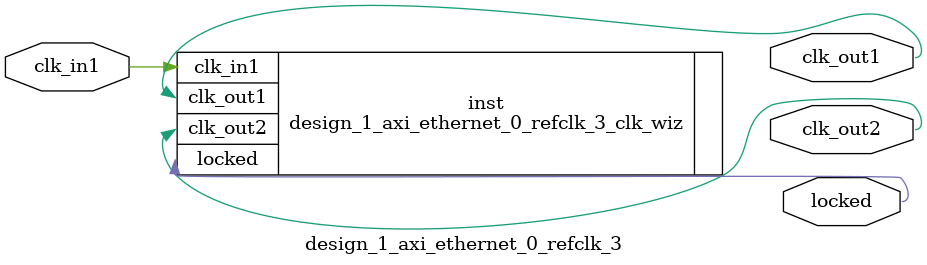
<source format=v>


`timescale 1ps/1ps

(* CORE_GENERATION_INFO = "design_1_axi_ethernet_0_refclk_3,clk_wiz_v5_4_3_0,{component_name=design_1_axi_ethernet_0_refclk_3,use_phase_alignment=true,use_min_o_jitter=false,use_max_i_jitter=false,use_dyn_phase_shift=false,use_inclk_switchover=false,use_dyn_reconfig=false,enable_axi=0,feedback_source=FDBK_AUTO,PRIMITIVE=MMCM,num_out_clk=2,clkin1_period=20.000,clkin2_period=10.0,use_power_down=false,use_reset=false,use_locked=true,use_inclk_stopped=false,feedback_type=SINGLE,CLOCK_MGR_TYPE=NA,manual_override=false}" *)

module design_1_axi_ethernet_0_refclk_3 
 (
  // Clock out ports
  output        clk_out1,
  output        clk_out2,
  // Status and control signals
  output        locked,
 // Clock in ports
  input         clk_in1
 );

  design_1_axi_ethernet_0_refclk_3_clk_wiz inst
  (
  // Clock out ports  
  .clk_out1(clk_out1),
  .clk_out2(clk_out2),
  // Status and control signals               
  .locked(locked),
 // Clock in ports
  .clk_in1(clk_in1)
  );

endmodule

</source>
